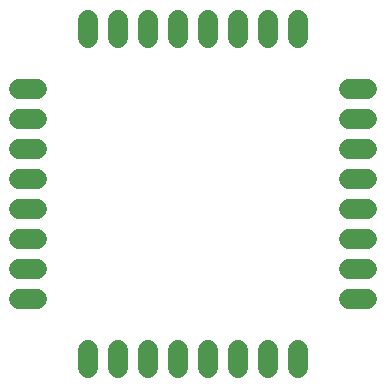
<source format=gbr>
G04 EAGLE Gerber RS-274X export*
G75*
%MOMM*%
%FSLAX34Y34*%
%LPD*%
%INSoldermask Bottom*%
%IPPOS*%
%AMOC8*
5,1,8,0,0,1.08239X$1,22.5*%
G01*
%ADD10C,1.727200*%


D10*
X375920Y368300D02*
X360680Y368300D01*
X360680Y393700D02*
X375920Y393700D01*
X375920Y419100D02*
X360680Y419100D01*
X360680Y444500D02*
X375920Y444500D01*
X375920Y469900D02*
X360680Y469900D01*
X360680Y495300D02*
X375920Y495300D01*
X375920Y520700D02*
X360680Y520700D01*
X360680Y342900D02*
X375920Y342900D01*
X640080Y368300D02*
X655320Y368300D01*
X655320Y393700D02*
X640080Y393700D01*
X640080Y419100D02*
X655320Y419100D01*
X655320Y444500D02*
X640080Y444500D01*
X640080Y469900D02*
X655320Y469900D01*
X655320Y495300D02*
X640080Y495300D01*
X640080Y520700D02*
X655320Y520700D01*
X655320Y342900D02*
X640080Y342900D01*
X571500Y299720D02*
X571500Y284480D01*
X546100Y284480D02*
X546100Y299720D01*
X520700Y299720D02*
X520700Y284480D01*
X495300Y284480D02*
X495300Y299720D01*
X469900Y299720D02*
X469900Y284480D01*
X444500Y284480D02*
X444500Y299720D01*
X419100Y299720D02*
X419100Y284480D01*
X596900Y284480D02*
X596900Y299720D01*
X571500Y563880D02*
X571500Y579120D01*
X546100Y579120D02*
X546100Y563880D01*
X520700Y563880D02*
X520700Y579120D01*
X495300Y579120D02*
X495300Y563880D01*
X469900Y563880D02*
X469900Y579120D01*
X444500Y579120D02*
X444500Y563880D01*
X419100Y563880D02*
X419100Y579120D01*
X596900Y579120D02*
X596900Y563880D01*
M02*

</source>
